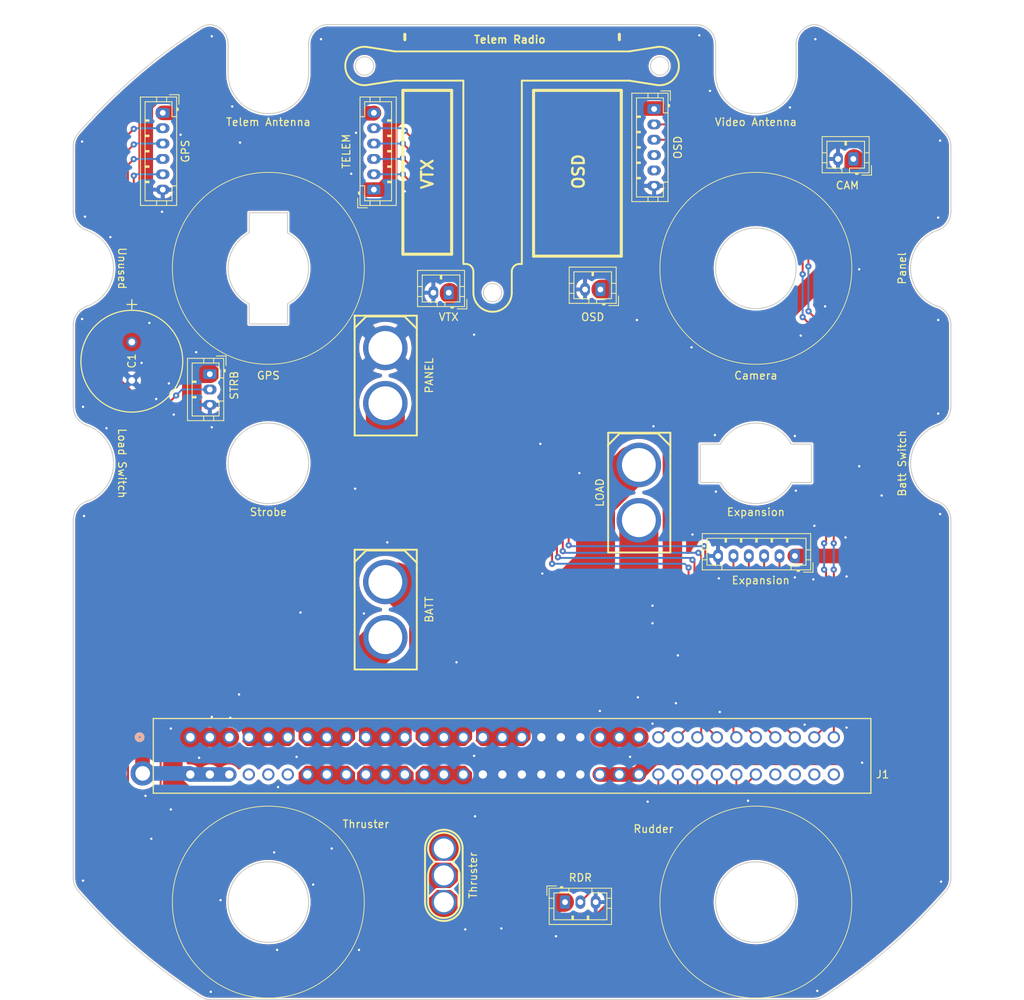
<source format=kicad_pcb>
(kicad_pcb (version 20240108) (generator "pcbnew") (generator_version "8.0")
  (layers (0 "F.Cu" signal) (31 "B.Cu" signal) (34 "B.Paste" user) (35 "F.Paste" user) (36 "B.SilkS" user "B.Silkscreen") (37 "F.SilkS" user "F.Silkscreen") (38 "B.Mask" user) (39 "F.Mask" user) (44 "Edge.Cuts" user))
  (net 0 "")
  (net 1 "MTR_B")
  (net 2 "MTR_G")
  (net 3 "MTR_W")
  (net 4 "GND")
  (net 5 "+5V")
  (net 6 "PNL+")
  (net 7 "GPS_TX")
  (net 8 "GPS_RX")
  (net 9 "GPS_SCL")
  (net 10 "GPS_SCA")
  (net 11 "RDR_PWM")
  (net 12 "VID_PWR")
  (net 13 "BATT_CC")
  (net 14 "BATT_SW")
  (net 15 "LOAD_SW")
  (net 16 "LOAD_CC")
  (net 17 "5V_AUX")
  (net 18 "TELEM_CTS")
  (net 19 "TELEM_RX")
  (net 20 "TELEM_TX")
  (net 23 "STRB_PWM")
  (net 24 "OSD_TX")
  (net 25 "OSD_RX")
  (net 26 "EXP_2")
  (net 27 "EXP_1")
  (net 28 "EXP_4")
  (net 29 "EXP_3")
  (net 30 "TELEM_GND")
  (net 32 "TELEM_RTS")
  (footprint "Connector_JST:JST_PH_B6B-PH-K_1x06_P2.00mm_Vertical" (layer "F.Cu") (at 272.5 138 -90)
    (property "Reference" "J9" (hide yes))
    (property "Value" "OSD")
  )
  (footprint "Connector_JST:JST_PH_B6B-PH-K_1x06_P2.00mm_Vertical" (layer "F.Cu") (at 290.83 196.215 180)
    (property "Reference" "J14" (hide yes))
    (property "Value" "Expansion")
  )
  (footprint "Mounting:Penetrator" (layer "F.Cu") (at 285.75 184.15)
    (property "Reference" "REF**" (hide yes))
    (property "Value" "Expansion")
  )
  (footprint "Mounting:Penetrator_Nut" (layer "F.Cu") (at 222.25 158.75)
    (property "Reference" "REF**" (hide yes))
    (property "Value" "GPS")
  )
  (footprint "Connector_JST:JST_PH_B2B-PH-K_1x02_P2.00mm_Vertical" (layer "F.Cu") (at 265.5 161.5 180)
    (property "Reference" "J11" (hide yes))
    (property "Value" "OSD")
  )
  (footprint "easyeda2kicad:CONN-TH_XT60" (layer "F.Cu") (at 237.49 172.72 -90)
    (property "Reference" "J2" (hide yes))
    (property "Value" "PANEL")
  )
  (footprint "Mounting:Penetrator" (layer "F.Cu") (at 285.75 133.35)
    (property "Reference" "REF**" (hide yes))
    (property "Value" "Video Antenna")
  )
  (footprint "Mounting:Penetrator_Nut" (layer "F.Cu") (at 285.75 158.75)
    (property "Reference" "REF**" (hide yes))
    (property "Value" "Camera")
  )
  (footprint "16PK4700MEFC12_5X25:CAP_PK&slash_PZ_12P5X25_LOW_RUB" (layer "F.Cu") (at 204.47 168.34675 -90)
    (property "Reference" "C1")
    (property "Value" "16PK4700MEFC12.5X25" (hide yes))
  )
  (footprint "Mounting:Penetrator" (layer "F.Cu") (at 196.85 158.75)
    (property "Reference" "REF**" (hide yes))
    (property "Value" "Unused")
  )
  (footprint "Connector_JST:JST_PH_B2B-PH-K_1x02_P2.00mm_Vertical" (layer "F.Cu") (at 298.45 144.5 180)
    (property "Reference" "J10" (hide yes))
    (property "Value" "CAM")
  )
  (footprint "Connector_JST:JST_PH_B3B-PH-K_1x03_P2.00mm_Vertical" (layer "F.Cu") (at 260.89 241.3)
    (property "Reference" "J6" (hide yes))
    (property "Value" "RDR")
  )
  (footprint "Mounting:Penetrator" (layer "F.Cu") (at 222.25 133.35)
    (property "Reference" "REF**" (hide yes))
    (property "Value" "Telem Antenna")
  )
  (footprint "Mounting:Penetrator" (layer "F.Cu") (at 311.15 158.75)
    (property "Reference" "REF**" (hide yes))
    (property "Value" "Panel")
  )
  (footprint "1761426_3:1761426_1" (layer "F.Cu") (at 254 222.25)
    (property "Reference" "J1")
    (property "Value" "1761426-1")
  )
  (footprint "easyeda2kicad:CONN-TH_XT60" (layer "F.Cu") (at 270.51 187.96 -90)
    (property "Reference" "J4")
    (property "Value" "LOAD")
  )
  (footprint "Mounting:Penetrator_Nut" (layer "F.Cu") (at 285.75 241.3)
    (property "Reference" "REF**" (hide yes))
    (property "Value" "Rudder")
  )
  (footprint "easyeda2kicad:CONN-TH_MR30-M" (layer "F.Cu") (at 245.11 237.815 -90)
    (property "Reference" "J5" (hide yes))
    (property "Value" "Thruster")
  )
  (footprint "Connector_JST:JST_PH_B6B-PH-K_1x06_P2.00mm_Vertical" (layer "F.Cu") (at 208.5 138.5 -90)
    (property "Reference" "J7" (hide yes))
    (property "Value" "GPS")
  )
  (footprint "Mounting:Penetrator" (layer "F.Cu") (at 311.15 184.15)
    (property "Reference" "REF**" (hide yes))
    (property "Value" "Batt Switch")
  )
  (footprint "Mounting:Penetrator" (layer "F.Cu") (at 196.85 184.15)
    (property "Reference" "REF**" (hide yes))
    (property "Value" "Load Switch")
  )
  (footprint "Connector_JST:JST_PH_B2B-PH-K_1x02_P2.00mm_Vertical" (layer "F.Cu") (at 245.745 161.925 180)
    (property "Reference" "J12" (hide yes))
    (property "Value" "VTX")
  )
  (footprint "Connector_JST:JST_PH_B6B-PH-K_1x06_P2.00mm_Vertical" (layer "F.Cu") (at 236 148.5 90)
    (property "Reference" "J8" (hide yes))
    (property "Value" "TELEM")
  )
  (footprint "easyeda2kicad:CONN-TH_XT60" (layer "F.Cu") (at 237.49 203.2 -90)
    (property "Reference" "J3" (hide yes))
    (property "Value" "BATT")
  )
  (footprint "Mounting:Penetrator_Nut" (layer "F.Cu") (at 222.25 241.3)
    (property "Reference" "REF**" (hide yes))
    (property "Value" "Thruster")
  )
  (footprint "Mounting:Penetrator" (layer "F.Cu") (at 222.25 184.15)
    (property "Reference" "REF**" (hide yes))
    (property "Value" "Strobe")
  )
  (footprint "Connector_JST:JST_PH_B3B-PH-K_1x03_P2.00mm_Vertical" (layer "F.Cu") (at 214.63 172.53 -90)
    (property "Reference" "J13" (hide yes))
    (property "Value" "STRB")
  )
  (gr_line (start 272.836159 134.867233) (end 269.24 134.3025) (stroke (width 0.25)) (layer "F.SilkS"))
  (gr_line (start 256.794 157.1625) (end 268.224 157.1625) (stroke (width 0.4)) (layer "F.SilkS"))
  (gr_line (start 255.27 134.3025) (end 269.24 134.3025) (stroke (width 0.25)) (layer "F.SilkS"))
  (gr_line (start 268.224 135.5725) (end 268.224 157.1625) (stroke (width 0.4)) (layer "F.SilkS"))
  (gr_line (start 248.96 161.9085) (end 248.96 159.178499) (stroke (width 0.25)) (layer "F.SilkS"))
  (gr_line (start 238.76 134.3025) (end 247.65 134.3025) (stroke (width 0.25)) (layer "F.SilkS"))
  (gr_line (start 246.126 135.5725) (end 239.776 135.5725) (stroke (width 0.4)) (layer "F.SilkS"))
  (gr_line (start 239.776 135.5725) (end 239.776 156.9085) (stroke (width 0.4)) (layer "F.SilkS"))
  (gr_arc (start 247.960001 158.1785) (mid 248.667107 158.471393) (end 248.96 159.178499) (stroke (width 0.25)) (layer "F.SilkS"))
  (gr_arc (start 253.96 159.1785) (mid 254.252893 158.471393) (end 254.96 158.1785) (stroke (width 0.25)) (layer "F.SilkS"))
  (gr_line (start 254.96 158.1785) (end 255.27 158.1785) (stroke (width 0.25)) (layer "F.SilkS"))
  (gr_line (start 269.24 130.4925) (end 238.76 130.4925) (stroke (width 0.25)) (layer "F.SilkS"))
  (gr_line (start 267.97 128.27) (end 267.97 128.9685) (stroke (width 0.4)) (layer "F.SilkS"))
  (gr_line (start 235.163841 129.927767) (end 238.76 130.4925) (stroke (width 0.25)) (layer "F.SilkS"))
  (gr_line (start 247.65 134.3025) (end 247.65 158.1785) (stroke (width 0.25)) (layer "F.SilkS"))
  (gr_line (start 256.794 135.5725) (end 256.794 157.1625) (stroke (width 0.4)) (layer "F.SilkS"))
  (gr_line (start 238.76 134.3025) (end 235.163841 134.867233) (stroke (width 0.25)) (layer "F.SilkS"))
  (gr_line (start 255.27 158.1785) (end 255.27 134.3025) (stroke (width 0.25)) (layer "F.SilkS"))
  (gr_line (start 253.96 159.1785) (end 253.96 161.9085) (stroke (width 0.25)) (layer "F.SilkS"))
  (gr_line (start 256.794 135.5725) (end 268.224 135.5725) (stroke (width 0.4)) (layer "F.SilkS"))
  (gr_line (start 269.24 130.4925) (end 272.836159 129.927767) (stroke (width 0.25)) (layer "F.SilkS"))
  (gr_arc (start 253.96 161.9085) (mid 251.46 164.4085) (end 248.96 161.9085) (stroke (width 0.25)) (layer "F.SilkS"))
  (gr_line (start 246.126 135.5725) (end 246.126 156.9085) (stroke (width 0.4)) (layer "F.SilkS"))
  (gr_line (start 240.03 128.27) (end 240.03 128.9685) (stroke (width 0.4)) (layer "F.SilkS"))
  (gr_line (start 247.65 158.1785) (end 247.960001 158.1785) (stroke (width 0.25)) (layer "F.SilkS"))
  (gr_line (start 246.126 156.9085) (end 239.776 156.9085) (stroke (width 0.4)) (layer "F.SilkS"))
  (gr_arc (start 272.836159 129.927767) (mid 275.724 132.3975) (end 272.836159 134.867233) (stroke (width 0.25)) (layer "F.SilkS"))
  (gr_arc (start 235.163841 134.867233) (mid 232.276 132.3975) (end 235.163841 129.927767) (stroke (width 0.25)) (layer "F.SilkS"))
  (gr_line (start 224.75 166) (end 224.75 163.366545) (stroke (width 0.15)) (layer "Edge.Cuts"))
  (gr_line (start 293 186.65) (end 293 181.65) (stroke (width 0.15)) (layer "Edge.Cuts"))
  (gr_arc (start 309.43819 189.113084) (mid 310.678247 190.039821) (end 311.15 191.514272) (stroke (width 0.15)) (layer "Edge.Cuts"))
  (gr_arc (start 294.591922 127.403871) (mid 303.042855 133.723032) (end 310.523616 141.165362) (stroke (width 0.15)) (layer "Edge.Cuts"))
  (gr_line (start 227.5 133.35) (end 227.5 129.540001) (stroke (width 0.15)) (layer "Edge.Cuts"))
  (gr_line (start 291 133.35) (end 291 129.54) (stroke (width 0.15)) (layer "Edge.Cuts"))
  (gr_arc (start 214.621162 127.005118) (mid 216.312154 127.801862) (end 217 129.540001) (stroke (width 0.15)) (layer "Edge.Cuts"))
  (gr_line (start 224.75 151.5) (end 219.75 151.5) (stroke (width 0.15)) (layer "Edge.Cuts"))
  (gr_arc (start 227.5 133.35) (mid 222.25 138.6) (end 217 133.35) (stroke (width 0.15)) (layer "Edge.Cuts"))
  (gr_arc (start 196.85 191.514272) (mid 197.321764 190.039823) (end 198.56181 189.113084) (stroke (width 0.15)) (layer "Edge.Cuts"))
  (gr_circle (center 222.25 184.15) (end 227.5 184.15) (stroke (width 0.15)) (fill none) (layer "Edge.Cuts"))
  (gr_circle (center 273.224 132.3975) (end 274.424 132.3975) (stroke (width 0.15)) (fill none) (layer "Edge.Cuts"))
  (gr_line (start 280.5 129.54) (end 280.5 133.35) (stroke (width 0.15)) (layer "Edge.Cuts"))
  (gr_arc (start 213.408078 253.596129) (mid 204.957145 247.276968) (end 197.476384 239.834638) (stroke (width 0.15)) (layer "Edge.Cuts"))
  (gr_line (start 278.5 181.65) (end 278.5 186.65) (stroke (width 0.15)) (layer "Edge.Cuts"))
  (gr_line (start 219.75 163.366546) (end 219.75 166) (stroke (width 0.15)) (layer "Edge.Cuts"))
  (gr_arc (start 311.15 238.1644) (mid 310.988253 239.056315) (end 310.523616 239.834638) (stroke (width 0.15)) (layer "Edge.Cuts"))
  (gr_arc (start 310.523616 141.165362) (mid 310.988257 141.943684) (end 311.15 142.8356) (stroke (width 0.15)) (layer "Edge.Cuts"))
  (gr_arc (start 214.782319 254) (mid 214.06614 253.896941) (end 213.408078 253.596129) (stroke (width 0.15)) (layer "Edge.Cuts"))
  (gr_arc (start 198.561809 179.185189) (mid 202.101632 184.149718) (end 198.562342 189.114627) (stroke (width 0.15)) (layer "Edge.Cuts"))
  (gr_line (start 278.5 186.65) (end 281.133455 186.65) (stroke (width 0.15)) (layer "Edge.Cuts"))
  (gr_arc (start 213.408078 127.403871) (mid 213.989153 127.127018) (end 214.621162 127.005118) (stroke (width 0.15)) (layer "Edge.Cuts"))
  (gr_line (start 196.85 191.514272) (end 196.85 238.164406) (stroke (width 0.15)) (layer "Edge.Cuts"))
  (gr_arc (start 196.85 142.835592) (mid 197.011746 141.94368) (end 197.476384 141.165362) (stroke (width 0.15)) (layer "Edge.Cuts"))
  (gr_circle (center 285.75 241.3) (end 291 241.3) (stroke (width 0.15)) (fill none) (layer "Edge.Cuts"))
  (gr_arc (start 309.43819 163.713084) (mid 305.9 158.75) (end 309.43819 153.786916) (stroke (width 0.15)) (layer "Edge.Cuts"))
  (gr_line (start 311.15 151.3857) (end 311.15 142.8356) (stroke (width 0.15)) (layer "Edge.Cuts"))
  (gr_arc (start 291 133.35) (mid 285.75 138.6) (end 280.5 133.35) (stroke (width 0.15)) (layer "Edge.Cuts"))
  (gr_line (start 219.75 151.5) (end 219.75 154.133455) (stroke (width 0.15)) (layer "Edge.Cuts"))
  (gr_arc (start 291 129.54) (mid 291.687846 127.801862) (end 293.378838 127.005118) (stroke (width 0.15)) (layer "Edge.Cuts"))
  (gr_line (start 196.85 142.835592) (end 196.85 151.384) (stroke (width 0.15)) (layer "Edge.Cuts"))
  (gr_arc (start 219.75 163.366546) (mid 217.000001 158.750001) (end 219.75 154.133455) (stroke (width 0.15)) (layer "Edge.Cuts"))
  (gr_arc (start 198.56181 153.786916) (mid 202.1 158.75) (end 198.56181 163.713084) (stroke (width 0.15)) (layer "Edge.Cuts"))
  (gr_arc (start 309.43819 163.713084) (mid 310.678247 164.639821) (end 311.15 166.114272) (stroke (width 0.15)) (layer "Edge.Cuts"))
  (gr_arc (start 197.476384 141.165362) (mid 204.957145 133.723032) (end 213.408078 127.403871) (stroke (width 0.15)) (layer "Edge.Cuts"))
  (gr_line (start 293 181.65) (end 290.366546 181.65) (stroke (width 0.15)) (layer "Edge.Cuts"))
  (gr_arc (start 198.561809 179.185188) (mid 197.321752 178.258451) (end 196.85 176.784) (stroke (width 0.15)) (layer "Edge.Cuts"))
  (gr_circle (center 234.776 132.3975) (end 235.976 132.3975) (stroke (width 0.15)) (fill none) (layer "Edge.Cuts"))
  (gr_line (start 281.133454 181.65) (end 278.5 181.65) (stroke (width 0.15)) (layer "Edge.Cuts"))
  (gr_line (start 224.75 154.133455) (end 224.75 151.5) (stroke (width 0.15)) (layer "Edge.Cuts"))
  (gr_line (start 290.366545 186.65) (end 293 186.65) (stroke (width 0.15)) (layer "Edge.Cuts"))
  (gr_arc (start 310.523616 239.834638) (mid 303.042854 247.276968) (end 294.591922 253.596129) (stroke (width 0.15)) (layer "Edge.Cuts"))
  (gr_arc (start 294.591922 253.596129) (mid 293.939113 253.895389) (end 293.228641 254) (stroke (width 0.15)) (layer "Edge.Cuts"))
  (gr_arc (start 224.75 154.133455) (mid 227.5 158.75) (end 224.75 163.366545) (stroke (width 0.15)) (layer "Edge.Cuts"))
  (gr_arc (start 290.366545 186.65) (mid 285.75 189.4) (end 281.133455 186.65) (stroke (width 0.15)) (layer "Edge.Cuts"))
  (gr_arc (start 227.5 129.540001) (mid 228.243949 127.743949) (end 230.040001 127) (stroke (width 0.15)) (layer "Edge.Cuts"))
  (gr_line (start 217 129.540001) (end 217 133.35) (stroke (width 0.15)) (layer "Edge.Cuts"))
  (gr_arc (start 277.96 127) (mid 279.756051 127.743949) (end 280.5 129.54) (stroke (width 0.15)) (layer "Edge.Cuts"))
  (gr_circle (center 222.25 241.3) (end 227.5 241.3) (stroke (width 0.15)) (fill none) (layer "Edge.Cuts"))
  (gr_circle (center 285.75 158.75) (end 291 158.75) (stroke (width 0.15)) (fill none) (layer "Edge.Cuts"))
  (gr_circle (center 251.46 161.9085) (end 252.66 161.9085) (stroke (width 0.15)) (fill none) (layer "Edge.Cuts"))
  (gr_line (start 277.96 127) (end 230.040001 127) (stroke (width 0.15)) (layer "Edge.Cuts"))
  (gr_line (start 196.85 166.114272) (end 196.85 176.784) (stroke (width 0.15)) (layer "Edge.Cuts"))
  (gr_arc (start 281.133454 181.65) (mid 285.75 178.9) (end 290.366546 181.65) (stroke (width 0.15)) (layer "Edge.Cuts"))
  (gr_arc (start 293.378838 127.005118) (mid 294.01085 127.127013) (end 294.591922 127.403871) (stroke (width 0.15)) (layer "Edge.Cuts"))
  (gr_line (start 311.15 238.1644) (end 311.15 191.514272) (stroke (width 0.15)) (layer "Edge.Cuts"))
  (gr_arc (start 309.43819 189.113084) (mid 305.9 184.15) (end 309.43819 179.186916) (stroke (width 0.15)) (layer "Edge.Cuts"))
  (gr_line (start 219.75 166) (end 224.75 166) (stroke (width 0.15)) (layer "Edge.Cuts"))
  (gr_arc (start 311.15 151.3857) (mid 310.678242 152.860172) (end 309.43819 153.786916) (stroke (width 0.15)) (layer "Edge.Cuts"))
  (gr_arc (start 197.476384 239.834638) (mid 197.011746 239.056319) (end 196.85 238.164406) (stroke (width 0.15)) (layer "Edge.Cuts"))
  (gr_line (start 214.782319 254) (end 293.228641 254) (stroke (width 0.15)) (layer "Edge.Cuts"))
  (gr_arc (start 196.85 166.114272) (mid 197.321764 164.639823) (end 198.56181 163.713084) (stroke (width 0.15)) (layer "Edge.Cuts"))
  (gr_arc (start 198.561809 153.785188) (mid 197.321752 152.858451) (end 196.85 151.384) (stroke (width 0.15)) (layer "Edge.Cuts"))
  (gr_arc (start 311.15 176.7857) (mid 310.678242 178.260172) (end 309.43819 179.186916) (stroke (width 0.15)) (layer "Edge.Cuts"))
  (gr_line (start 311.15 176.7857) (end 311.15 166.114272) (stroke (width 0.15)) (layer "Edge.Cuts"))
  (gr_text "OSD" (at 263.525 148.59 90) (layer "F.SilkS") (effects (font (size 1.5 1.5) (thickness 0.3) (bold yes)) (justify left bottom)))
  (gr_text "Telem Radio" (at 248.92 129.54 0) (layer "F.SilkS") (effects (font (size 1 1) (thickness 0.2) (bold yes)) (justify left bottom)))
  (gr_text "VTX\n" (at 243.84 148.59 90) (layer "F.SilkS") (effects (font (size 1.5 1.5) (thickness 0.3) (bold yes)) (justify left bottom)))
  (segment (start 245.11 227.838) (end 245.11 232.283) (width 5.08) (layer "F.Cu") (net 1))
  (segment (start 239.83 236.401) (end 241.3 237.871) (width 5.08) (layer "F.Cu") (net 2))
  (segment (start 239.83 230.813) (end 239.83 236.401) (width 5.08) (layer "F.Cu") (net 2))
  (segment (start 237.49 228.473) (end 239.83 230.813) (width 5.08) (layer "F.Cu") (net 2))
  (segment (start 241.3 237.871) (end 241.427 237.871) (width 5.08) (layer "F.Cu") (net 2))
  (segment (start 229.87 228.320048) (end 234.55 233.000048) (width 5.08) (layer "F.Cu") (net 3))
  (segment (start 229.87 226.949) (end 229.87 228.320048) (width 5.08) (layer "F.Cu") (net 3))
  (segment (start 239.166952 243.205) (end 243.967 243.205) (width 5.08) (layer "F.Cu") (net 3))
  (segment (start 234.55 238.588048) (end 239.166952 243.205) (width 5.08) (layer "F.Cu") (net 3))
  (segment (start 234.55 233.000048) (end 234.55 238.588048) (width 5.08) (layer "F.Cu") (net 3))
  (via (at 271.653 228.219) (size 0.8128) (drill 0.3048) (layers "F.Cu" "B.Cu") (net 4))
  (via (at 299.212 158.877) (size 0.8128) (drill 0.3048) (layers "F.Cu" "B.Cu") (net 4))
  (via (at 212.852 169.672) (size 0.8128) (drill 0.3048) (layers "F.Cu" "B.Cu") (net 4))
  (via (at 226.441 203.581) (size 0.8128) (drill 0.3048) (layers "F.Cu" "B.Cu") (net 4))
  (via (at 216.027 241.046) (size 0.8128) (drill 0.3048) (layers "F.Cu" "B.Cu") (net 4))
  (via (at 218.44 214.249) (size 0.8128) (drill 0.3048) (layers "F.Cu" "B.Cu") (net 4))
  (via (at 207.645 175.768) (size 0.8128) (drill 0.3048) (layers "F.Cu" "B.Cu") (net 4))
  (via (at 290.83 180.594) (size 0.8128) (drill 0.3048) (layers "F.Cu" "B.Cu") (net 4))
  (via (at 206.756 165.862) (size 0.8128) (drill 0.3048) (layers "F.Cu" "B.Cu") (net 4))
  (via (at 297.434 193.802) (size 0.8128) (drill 0.3048) (layers "F.Cu" "B.Cu") (net 4))
  (via (at 234.696 203.708) (size 0.8128) (drill 0.3048) (layers "F.Cu" "B.Cu") (net 4))
  (via (at 290.195 137.795) (size 0.8128) (drill 0.3048) (layers "F.Cu" "B.Cu") (net 4))
  (via (at 252.603 244.729) (size 0.8128) (drill 0.3048) (layers "F.Cu" "B.Cu") (net 4))
  (via (at 209.55 218.694) (size 0.8128) (drill 0.3048) (layers "F.Cu" "B.Cu") (net 4))
  (via (at 270.383 214.63) (size 0.8128) (drill 0.3048) (layers "F.Cu" "B.Cu") (net 4))
  (via (at 279.781 135.636) (size 0.8128) (drill 0.3048) (layers "F.Cu" "B.Cu") (net 4))
  (via (at 297.561 218.567) (size 0.8128) (drill 0.3048) (layers "F.Cu" "B.Cu") (net 4))
  (via (at 214.757 252.984) (size 0.8128) (drill 0.3048) (layers "F.Cu" "B.Cu") (net 4))
  (via (at 309.499 152.146) (size 0.8128) (drill 0.3048) (layers "F.Cu" "B.Cu") (net 4))
  (via (at 237.744 194.437) (size 0.8128) (drill 0.3048) (layers "F.Cu" "B.Cu") (net 4))
  (via (at 299.593 223.139) (size 0.8128) (drill 0.3048) (layers "F.Cu" "B.Cu") (net 4))
  (via (at 269.367 222.377) (size 0.8128) (drill 0.3048) (layers "F.Cu" "B.Cu") (net 4))
  (via (at 217.297 217.297) (size 0.8128) (drill 0.3048) (layers "F.Cu" "B.Cu") (net 4))
  (via (at 272.415 179.324) (size 0.8128) (drill 0.3048) (layers "F.Cu" "B.Cu") (net 4))
  (via (at 207.01 233.045) (size 0.8128) (drill 0.3048) (layers "F.Cu" "B.Cu") (net 4))
  (via (at 217.551 137.668) (size 0.8128) (drill 0.3048) (layers "F.Cu" "B.Cu") (net 4))
  (via (at 218.567 142.367) (size 0.8128) (drill 0.3048) (layers "F.Cu" "B.Cu") (net 4))
  (via (at 240.03 148.717) (size 0.8128) (drill 0.3048) (layers "F.Cu" "B.Cu") (net 4))
  (via (at 249.047 167.386) (size 0.8128) (drill 0.3048) (layers "F.Cu" "B.Cu") (net 4))
  (via (at 234.061 247.523) (size 0.8128) (drill 0.3048) (layers "F.Cu" "B.Cu") (net 4))
  (via (at 309.753 142.113) (size 0.8128) (drill 0.3048) (layers "F.Cu" "B.Cu") (net 4))
  (via (at 290.83 199.009) (size 0.8128) (drill 0.3048) (layers "F.Cu" "B.Cu") (net 4))
  (via (at 277.495 193.421) (size 0.8128) (drill 0.3048) (layers "F.Cu" "B.Cu") (net 4))
  (via (at 272.288 218.059) (size 0.8128) (drill 0.3048) (layers "F.Cu" "B.Cu") (net 4))
  (via (at 223.52 226.314) (size 0.8128) (drill 0.3048) (layers "F.Cu" "B.Cu") (net 4))
  (via (at 230.505 234.315) (size 0.8128) (drill 0.3048) (layers "F.Cu" "B.Cu") (net 4))
  (via (at 233.553 187.452) (size 0.8128) (drill 0.3048) (layers "F.Cu" "B.Cu") (net 4))
  (via (at 209.931 177.8) (size 0.8128) (drill 0.3048) (layers "F.Cu" "B.Cu") (net 4))
  (via (at 210.82 141.351) (size 0.8128) (drill 0.3048) (layers "F.Cu" "B.Cu") (net 4))
  (via (at 233.68 141.097) (size 0.8128) (drill 0.3048) (layers "F.Cu" "B.Cu") (net 4))
  (via (at 197.993 142.24) (size 0.8128) (drill 0.3048) (layers "F.Cu" "B.Cu") (net 4))
  (via (at 198.12 176.784) (size 0.8128) (drill 0.3048) (layers "F.Cu" "B.Cu") (net 4))
  (via (at 213.233 222.504) (size 0.8128) (drill 0.3048) (layers "F.Cu" "B.Cu") (net 4))
  (via (at 206.248 227.457) (size 0.8128) (drill 0.3048) (layers "F.Cu" "B.Cu") (net 4))
  (via (at 309.88 238.633) (size 0.8128) (drill 0.3048) (layers "F.Cu" "B.Cu") (net 4))
  (via (at 214.884 217.17) (size 0.8128) (drill 0.3048) (layers "F.Cu" "B.Cu") (net 4))
  (via (at 233.045 146.431) (size 0.8128) (drill 0.3048) (layers "F.Cu" "B.Cu") (net 4))
  (via (at 275.336 215.392) (size 0.8128) (drill 0.3048) (layers "F.Cu" "B.Cu") (net 4))
  (via (at 205.74 171.069) (size 0.8128) (drill 0.3048) (layers "F.Cu" "B.Cu") (net 4))
  (via (at 262.763 185.42) (size 0.8128) (drill 0.3048) (layers "F.Cu" "B.Cu") (net 4))
  (via (at 209.55 229.235) (size 0.8128) (drill 0.3048) (layers "F.Cu" "B.Cu") (net 4))
  (via (at 297.561 198.882) (size 0.8128) (drill 0.3048) (layers "F.Cu" "B.Cu") (net 4))
  (via (at 201.168 179.578) (size 0.8128) (drill 0.3048) (layers "F.Cu" "B.Cu") (net 4))
  (via (at 284.734 228.092) (size 0.8128) (drill 0.3048) (layers "F.Cu" "B.Cu") (net 4))
  (via (at 270.256 165.481) (size 0.8128) (drill 0.3048) (layers "F.Cu" "B.Cu") (net 4))
  (via (at 309.753 190.754) (size 0.8128) (drill 0.3048) (layers "F.Cu" "B.Cu") (net 4))
  (via (at 309.499 165.481) (size 0.8128) (drill 0.3048) (layers "F.Cu" "B.Cu") (net 4))
  (via (at 290.957 187.706) (size 0.8128) (drill 0.3048) (layers "F.Cu" "B.Cu") (net 4))
  (via (at 249.174 230.124) (size 0.8128) (drill 0.3048) (layers "F.Cu" "B.Cu") (net 4))
  (via (at 257.683 181.61) (size 0.8128) (drill 0.3048) (layers "F.Cu" "B.Cu") (net 4))
  (via (at 209.296 173.736) (size 0.8128) (drill 0.3048) (layers "F.Cu" "B.Cu") (net 4))
  (via (at 223.012 234.823) (size 0.8128) (drill 0.3048) (layers "F.Cu" "B.Cu") (net 4))
  (via (at 293.751 252.857) (size 0.8128) (drill 0.3048) (layers "F.Cu" "B.Cu") (net 4))
  (via (at 272.288 204.978) (size 0.8128) (drill 0.3048) (layers "F.Cu" "B.Cu") (net 4))
  (via (at 197.993 165.354) (size 0.8128) (drill 0.3048) (layers "F.Cu" "B.Cu") (net 4))
  (via (at 257.937 198.501) (size 0.8128) (drill 0.3048) (layers "F.Cu" "B.Cu") (net 4))
  (via (at 280.416 180.467) (size 0.8128) (drill 0.3048) (layers "F.Cu" "B.Cu") (net 4))
  (via (at 228.092 239.014) (size 0.8128) (drill 0.3048) (layers "F.Cu" "B.Cu") (net 4))
  (via (at 294.767 163.703) (size 0.8128) (drill 0.3048) (layers "F.Cu" "B.Cu") (net 4))
  (via (at 291.592 167.513) (size 0.8128) (drill 0.3048) (layers "F.Cu" "B.Cu") (net 4))
  (via (at 293.37 192.278) (size 0.8128) (drill 0.3048) (layers "F.Cu" "B.Cu") (net 4))
  (via (at 201.676 154.686) (size 0.8128) (drill 0.3048) (layers "F.Cu" "B.Cu") (net 4))
  (via (at 275.59 209.169) (size 0.8128) (drill 0.3048) (layers "F.Cu" "B.Cu") (net 4))
  (via (at 198.247 191.008) (size 0.8128) (drill 0.3048) (layers "F.Cu" "B.Cu") (net 4))
  (via (at 299.212 184.531) (size 0.8128) (drill 0.3048) (layers "F.Cu" "B.Cu") (net 4))
  (via (at 309.499 177.673) (size 0.8128) (drill 0.3048) (layers "F.Cu" "B.Cu") (net 4))
  (via (at 272.288 202.692) (size 0.8128) (drill 0.3048) (layers "F.Cu" "B.Cu") (net 4))
  (via (at 292.1 218.186) (size 0.8128) (drill 0.3048) (layers "F.Cu" "B.Cu") (net 4))
  (via (at 198.374 152.019) (size 0.8128) (drill 0.3048) (layers "F.Cu" "B.Cu") (net 4))
  (via (at 259.715 245.745) (size 0.8128) (drill 0.3048) (layers "F.Cu" "B.Cu") (net 4))
  (via (at 208.407 151.384) (size 0.8128) (drill 0.3048) (layers "F.Cu" "B.Cu") (net 4))
  (via (at 280.543 187.833) (size 0.8128) (drill 0.3048) (layers "F.Cu" "B.Cu") (net 4))
  (via (at 293.497 128.905) (size 0.8128) (drill 0.3048) (layers "F.Cu" "B.Cu") (net 4))
  (via (at 280.924 199.136) (size 0.8128) (drill 0.3048) (layers "F.Cu" "B.Cu") (net 4))
  (via (at 265.43 216.408) (size 0.8128) (drill 0.3048) (layers "F.Cu" "B.Cu") (net 4))
  (via (at 246.761 210.058) (size 0.8128) (drill 0.3048) (layers "F.Cu" "B.Cu") (net 4))
  (via (at 198.12 238.506) (size 0.8128) (drill 0.3048) (layers "F.Cu" "B.Cu") (net 4))
  (via (at 278.384 128.397) (size 0.8128) (drill 0.3048) (layers "F.Cu" "B.Cu") (net 4))
  (via (at 223.393 247.523) (size 0.8128) (drill 0.3048) (layers "F.Cu" "B.Cu") (net 4))
  (via (at 293.243 199.263) (size 0.8128) (drill 0.3048) (layers "F.Cu" "B.Cu") (net 4))
  (via (at 249.047 222.25) (size 0.8128) (drill 0.3048) (layers "F.Cu" "B.Cu") (net 4))
  (via (at 229.108 128.905) (size 0.8128) (drill 0.3048) (layers "F.Cu" "B.Cu") (net 4))
  (via (at 247.904 244.856) (size 0.8128) (drill 0.3048) (layers "F.Cu" "B.Cu") (net 4))
  (via (at 277.368 169.037) (size 0.8128) (drill 0.3048) (layers "F.Cu" "B.Cu") (net 4))
  (via (at 281.051 216.535) (size 0.8128) (drill 0.3048) (layers "F.Cu" "B.Cu") (net 4))
  (via (at 225.933 222.377) (size 0.8128) (drill 0.3048) (layers "F.Cu" "B.Cu") (net 4))
  (via (at 302.133 188.341) (size 0.8128) (drill 0.3048) (layers "F.Cu" "B.Cu") (net 4))
  (via (at 214.884 179.451) (size 0.8128) (drill 0.3048) (layers "F.Cu" "B.Cu") (net 4))
  (via (at 214.884 128.524) (size 0.8128) (drill 0.3048) (layers "F.Cu" "B.Cu") (net 4))
  (segment (start 299.72 187.395) (end 300.9775 186.1375) (width 1.905) (layer "F.Cu") (net 5))
  (segment (start 238.105 140.064433) (end 238.105 147.467) (width 1.905) (layer "F.Cu") (net 5))
  (segment (start 297.289934 139.809002) (end 283.074594 139.809002) (width 1.905) (layer "F.Cu") (net 5))
  (segment (start 270.51 224.6757) (end 270.51 224.454306) (width 1.905) (layer "F.Cu") (net 5))
  (segment (start 283.074594 139.809002) (end 281.195592 137.93) (width 1.905) (layer "F.Cu") (net 5))
  (segment (start 299.72 219.71) (end 299.72 187.395) (width 1.905) (layer "F.Cu") (net 5))
  (segment (start 281.195592 137.93) (end 240.239433 137.93) (width 1.905) (layer "F.Cu") (net 5))
  (segment (start 220.89 148.5) (end 210.89 138.5) (width 1.905) (layer "F.Cu") (net 5))
  (segment (start 272.460306 222.504) (end 296.926 222.504) (width 1.905) (layer "F.Cu") (net 5))
  (segment (start 265.43 224.6757) (end 270.51 224.6757) (width 1.905) (layer "F.Cu") (net 5))
  (segment (start 296.926 222.504) (end 299.72 219.71) (width 1.905) (layer "F.Cu") (net 5))
  (segment (start 300.9775 186.1375) (end 300.9775 143.496568) (width 1.905) (layer "F.Cu") (net 5))
  (segment (start 210.89 138.5) (end 208.5 138.5) (width 1.905) (layer "F.Cu") (net 5))
  (segment (start 300.9775 143.496568) (end 297.289934 139.809002) (width 1.905) (layer "F.Cu") (net 5))
  (segment (start 299.339 196.215) (end 290.83 196.215) (width 1.905) (layer "F.Cu") (net 5))
  (segment (start 270.51 224.454306) (end 272.460306 222.504) (width 1.905) (layer "F.Cu") (net 5))
  (segment (start 236 148.5) (end 220.89 148.5) (width 1.905) (layer "F.Cu") (net 5))
  (segment (start 238.105 147.467) (end 237.072 148.5) (width 1.905) (layer "F.Cu") (net 5))
  (segment (start 240.239433 137.93) (end 238.105 140.064433) (width 1.905) (layer "F.Cu") (net 5))
  (segment (start 237.072 148.5) (end 236 148.5) (width 1.905) (layer "F.Cu") (net 5))
  (segment (start 237.49 189.0268) (end 237.49 176.32) (width 5.08) (layer "F.Cu") (net 6))
  (segment (start 222.25 213.36) (end 230.306212 205.303788) (width 5.08) (layer "F.Cu") (net 6))
  (segment (start 230.306212 196.210588) (end 237.49 189.0268) (width 5.08) (layer "F.Cu") (net 6))
  (segment (start 222.25 217.297) (end 222.25 213.36) (width 5.08) (layer "F.Cu") (net 6))
  (segment (start 230.306212 205.303788) (end 230.306212 196.210588) (width 5.08) (layer "F.Cu") (net 6))
  (segment (start 202.481433 185.664642) (end 202.623 185.806209) (width 0.25) (layer "F.Cu") (net 7))
  (segment (start 203.004 142.309) (end 203.004 162.469154) (width 0.25) (layer "F.Cu") (net 7))
  (segment (start 204.724 140.589) (end 203.004 142.309) (width 0.25) (layer "F.Cu") (net 7))
  (segment (start 202.623 232.18273) (end 221.10427 250.664) (width 0.25) (layer "F.Cu") (net 7))
  (segment (start 199.362308 166.110846) (end 199.362308 174.554653) (width 0.25) (layer "F.Cu") (net 7))
  (segment (start 285.742884 224.6757) (end 285.75 224.6757) (width 0.25) (layer "F.Cu") (net 7))
  (segment (start 203.004 162.469154) (end 199.362308 166.110846) (width 0.25) (layer "F.Cu") (net 7))
  (segment (start 221.10427 250.664) (end 259.754584 250.664) (width 0.25) (layer "F.Cu") (net 7))
  (segment (start 202.481433 177.673778) (end 202.481433 185.664642) (width 0.25) (layer "F.Cu") (net 7))
  (segment (start 199.362308 174.554653) (end 202.481433 177.673778) (width 0.25) (layer "F.Cu") (net 7))
  (segment (start 259.754584 250.664) (end 285.742884 224.6757) (width 0.25) (layer "F.Cu") (net 7))
  (segment (start 202.623 185.806209) (end 202.623 232.18273) (width 0.25) (layer "F.Cu") (net 7))
  (via (at 204.724 140.589) (size 0.8128) (drill 0.3048) (layers "F.Cu" "B.Cu") (net 7))
  (segment (start 208.5 140.5) (end 204.813 140.5) (width 0.25) (layer "B.Cu") (net 7))
  (segment (start 204.813 140.5) (end 204.724 140.589) (width 0.25) (layer "B.Cu") (net 7))
  (segment (start 199.812308 174.368257) (end 203.073 177.628949) (width 0.25) (layer "F.Cu") (net 8))
  (segment (start 259.568188 250.214) (end 283.21 226.572188) (width 0.25) (layer "F.Cu") (net 8))
  (segment (start 204.724 142.621) (end 203.454 143.891) (width 0.25) (layer "F.Cu") (net 8))
  (segment (start 203.454 143.891) (end 203.454 162.65555) (width 0.25) (layer "F.Cu") (net 8))
  (segment (start 221.290666 250.214) (end 259.568188 250.214) (width 0.25) (layer "F.Cu") (net 8))
  (segment (start 199.812308 166.297242) (end 199.812308 174.368257) (width 0.25) (layer "F.Cu") (net 8))
  (segment (start 203.073 177.628949) (end 203.073 231.996334) (width 0.25) (layer "F.Cu") (net 8))
  (segment (start 283.21 226.572188) (end 283.21 224.6757) (width 0.25) (layer "F.Cu") (net 8))
  (segment (start 203.454 162.65555) (end 199.812308 166.297242) (width 0.25) (layer "F.Cu") (net 8))
  (segment (start 203.073 231.996334) (end 221.290666 250.214) (width 0.25) (layer "F.Cu") (net 8))
  (via (at 204.724 142.621) (size 0.8128) (drill 0.3048) (layers "F.Cu" "B.Cu") (net 8))
  (segment (start 204.845 142.5) (end 204.724 142.621) (width 0.25) (layer "B.Cu") (net 8))
  (segment (start 208.5 142.5) (end 204.845 142.5) (width 0.25) (layer "B.Cu") (net 8))
  (segment (start 259.381792 249.764) (end 280.67 228.475792) (width 0.25) (layer "F.Cu") (net 9))
  (segment (start 203.523 231.809938) (end 221.477062 249.764) (width 0.25) (layer "F.Cu") (net 9))
  (segment (start 203.962 145.288) (end 203.962 162.783946) (width 0.25) (layer "F.Cu") (net 9))
  (segment (start 204.724 144.526) (end 203.962 145.288) (width 0.25) (layer "F.Cu") (net 9))
  (segment (start 221.477062 249.764) (end 259.381792 249.764) (width 0.25) (layer "F.Cu") (net 9))
  (segment (start 203.962 162.783946) (end 200.32 166.425946) (width 0.25) (layer "F.Cu") (net 9))
  (segment (start 280.67 228.475792) (end 280.67 224.6757) (width 0.25) (layer "F.Cu") (net 9))
  (segment (start 200.32 174.239553) (end 203.523 177.442553) (width 0.25) (layer "F.Cu") (net 9))
  (segment (start 200.32 166.425946) (end 200.32 174.239553) (width 0.25) (layer "F.Cu") (net 9))
  (segment (start 203.523 177.442553) (end 203.523 231.809938) (width 0.25) (layer "F.Cu") (net 9))
  (via (at 204.724 144.526) (size 0.8128) (drill 0.3048) (layers "F.Cu" "B.Cu") (net 9))
  (segment (start 204.75 144.5) (end 204.724 144.526) (width 0.25) (layer "B.Cu") (net 9))
  (segment (start 208.5 144.5) (end 204.75 144.5) (width 0.25) (layer "B.Cu") (net 9))
  (segment (start 204.724 162.658342) (end 200.77 166.612342) (width 0.25) (layer "F.Cu") (net 10))
  (segment (start 203.973 231.623542) (end 221.663458 249.314) (width 0.25) (layer "F.Cu") (net 10))
  (segment (start 221.663458 249.314) (end 259.195396 249.314) (width 0.25) (layer "F.Cu") (net 10))
  (segment (start 200.77 174.053157) (end 203.973 177.256157) (width 0.25) (layer "F.Cu") (net 10))
  (segment (start 204.724 146.685) (end 204.724 162.658342) (width 0.25) (layer "F.Cu") (net 10))
  (segment (start 200.77 166.612342) (end 200.77 174.053157) (width 0.25) (layer "F.Cu") (net 10))
  (segment (start 278.13 230.379396) (end 278.13 224.6757) (width 0.25) (layer "F.Cu") (net 10))
  (segment (start 259.195396 249.314) (end 278.13 230.379396) (width 0.25) (layer "F.Cu") (net 10))
  (segment (start 203.973 177.256157) (end 203.973 231.623542) (width 0.25) (layer "F.Cu") (net 10))
  (via (at 204.724 146.685) (size 0.8128) (drill 0.3048) (layers "F.Cu" "B.Cu") (net 10))
  (segment (start 208.5 146.5) (end 204.909 146.5) (width 0.25) (layer "B.Cu") (net 10))
  (segment (start 204.909 146.5) (end 204.724 146.685) (width 0.25) (layer "B.Cu") (net 10))
  (segment (start 273.05 231.14) (end 262.89 241.3) (width 0.25) (layer "F.Cu") (net 11))
  (segment (start 273.05 224.6757) (end 273.05 231.14) (width 0.25) (layer "F.Cu") (net 11))
  (segment (start 298.555 146.72) (end 298.555 144.5) (width 2.54) (layer "F.Cu") (net 12))
  (segment (start 274.88 166.497) (end 287.58642 166.497) (width 2.54) (layer "F.Cu") (net 12))
  (segment (start 298.52 146.755) (end 298.555 146.72) (width 2.54) (layer "F.Cu") (net 12))
  (segment (start 274.88 166.168) (end 270.212 161.5) (width 2.54) (layer "F.Cu") (net 12))
  (segment (start 267.97 219.8243) (end 267.97 213.106) (width 2.54) (layer "F.Cu") (net 12))
  (segment (start 270.212 161.5) (end 266.866 164.846) (width 2.54) (layer "F.Cu") (net 12))
  (segment (start 267.97 213.106) (end 274.88 206.196) (width 2.54) (layer "F.Cu") (net 12))
  (segment (start 274.88 206.196) (end 274.88 166.168) (width 2.54) (layer "F.Cu") (net 12))
  (segment (start 245.85 162.03) (end 245.85 161.925) (width 2.54) (layer "F.Cu") (net 12))
  (segment (start 248.666 164.846) (end 245.85 162.03) (width 2.54) (layer "F.Cu") (net 12))
  (segment (start 266.866 164.846) (end 248.666 164.846) (width 2.54) (layer "F.Cu") (net 12))
  (segment (start 270.212 161.5) (end 265.605 161.5) (width 2.54) (layer "F.Cu") (net 12))
  (segment (start 270.51 219.8243) (end 265.43 219.8243) (width 2.54) (layer "F.Cu") (net 12))
  (segment (start 298.52 155.56342) (end 298.52 146.755) (width 2.54) (layer "F.Cu") (net 12))
  (segment (start 287.58642 166.497) (end 298.52 155.56342) (width 2.54) (layer "F.Cu") (net 12))
  (segment (start 229.87 214.42) (end 237.49 206.8) (width 5.08) (layer "F.Cu") (net 13))
  (segment (start 229.87 214.42) (end 229.87 216.916) (width 5.08) (layer "F.Cu") (net 13))
  (segment (start 243.13 203.9124) (end 238.8176 199.6) (width 5.08) (layer "F.Cu") (net 14))
  (segment (start 237.49 215.7984) (end 243.13 210.1584) (width 5.08) (layer "F.Cu") (net 14))
  (segment (start 238.8176 199.6) (end 237.49 199.6) (width 5.08) (layer "F.Cu") (net 14))
  (segment (start 243.13 210.1584) (end 243.13 203.9124) (width 5.08) (layer "F.Cu") (net 14))
  (segment (start 237.49 217.17) (end 237.49 215.7984) (width 5.08) (layer "F.Cu") (net 14))
  (segment (start 269.733835 184.36) (end 264.87 189.223835) (width 5.08) (layer "F.Cu") (net 15))
  (segment (start 264.87 189.223835) (end 264.87 197.156) (width 5.08) (layer "F.Cu") (net 15))
  (segment (start 270.51 184.36) (end 269.733835 184.36) (width 5.08) (layer "F.Cu") (net 15))
  (segment (start 264.87 197.156) (end 245.11 216.916) (width 5.08) (layer "F.Cu") (net 15))
  (segment (start 252.1966 217.297) (end 270.51 198.9836) (width 5.08) (layer "F.Cu") (net 16))
  (segment (start 270.51 198.9836) (end 270.51 191.56) (width 5.08) (layer "F.Cu") (net 16))
  (segment (start 253.859631 247.269) (end 259.828631 241.3) (width 2.54) (layer "F.Cu") (net 17))
  (segment (start 212.285 219.8243) (end 212.285 173.033) (width 2.54) (layer "F.Cu") (net 17))
  (segment (start 212.285 173.033) (end 212.344 172.974) (width 2.54) (layer "F.Cu") (net 17))
  (segment (start 259.828631 241.3) (end 260.785 241.3) (width 2.54) (layer "F.Cu") (net 17))
  (segment (start 217.17 219.8243) (end 212.09 219.8243) (width 2.54) (layer "F.Cu") (net 17))
  (segment (start 211.963 227.965) (end 220.599 227.965) (width 2.54) (layer "F.Cu") (net 17))
  (segment (start 230.54 237.906) (end 230.54 240.249044) (width 2.54) (layer "F.Cu") (net 17))
  (segment (start 212.893 172.425) (end 214.63 172.425) (width 2.54) (layer "F.Cu") (net 17))
  (segment (start 212.285 173.033) (end 212.893 172.425) (width 2.54) (layer "F.Cu") (net 17))
  (segment (start 220.599 227.965) (end 230.54 237.906) (width 2.54) (layer "F.Cu") (net 17))
  (segment (start 230.54 240.249044) (end 237.559956 247.269) (width 2.54) (layer "F.Cu") (net 17))
  (segment (start 212.344 172.974) (end 207.71675 168.34675) (width 2.54) (layer "F.Cu") (net 17))
  (segment (start 207.71675 168.34675) (end 204.47 168.34675) (width 2.54) (layer "F.Cu") (net 17))
  (segment (start 214.63 219.8243) (end 212.285 219.8243) (width 2.54) (layer "F.Cu") (net 17))
  (segment (start 209.8199 225.8219) (end 211.963 227.965) (width 2.54) (layer "F.Cu") (net 17))
  (segment (start 237.559956 247.269) (end 253.859631 247.269) (width 2.54) (layer "F.Cu") (net 17))
  (segment (start 209.8199 222.0944) (end 209.8199 225.8219) (width 2.54) (layer "F.Cu") (net 17))
  (segment (start 212.09 219.8243) (end 209.8199 222.0944) (width 2.54) (layer "F.Cu") (net 17))
  (segment (start 278.257 195.802496) (end 278.638 196.183496) (width 0.25) (layer "F.Cu") (net 18))
  (segment (start 278.638 219.3163) (end 278.13 219.8243) (width 0.25) (layer "F.Cu") (net 18))
  (segment (start 260.604 195.58) (end 260.604 181.607208) (width 0.25) (layer "F.Cu") (net 18))
  (segment (start 260.604 181.607208) (end 241.946 162.949208) (width 0.25) (layer "F.Cu") (net 18))
  (segment (start 278.638 196.183496) (end 278.638 219.3163) (width 0.25) (layer "F.Cu") (net 18))
  (segment (start 241.946 144.664) (end 239.776 142.494) (width 0.25) (layer "F.Cu") (net 18))
  (segment (start 241.946 162.949208) (end 241.946 144.664) (width 0.25) (layer "F.Cu") (net 18))
  (via (at 278.257 195.802496) (size 0.8128) (drill 0.3048) (layers "F.Cu" "B.Cu") (net 18))
  (via (at 260.604 195.58) (size 0.8128) (drill 0.3048) (layers "F.Cu" "B.Cu") (net 18))
  (via (at 239.776 142.494) (size 0.8128) (drill 0.3048) (layers "F.Cu" "B.Cu") (net 18))
  (segment (start 236 142.5) (end 239.77 142.5) (width 0.25) (layer "B.Cu") (net 18))
  (segment (start 239.77 142.5) (end 239.776 142.494) (width 0.25) (layer "B.Cu") (net 18))
  (segment (start 260.826496 195.802496) (end 278.257 195.802496) (width 0.25) (layer "B.Cu") (net 18))
  (segment (start 260.604 195.58) (end 260.826496 195.802496) (width 0.25) (layer "B.Cu") (net 18))
  (segment (start 277.749 217.6653) (end 275.59 219.8243) (width 0.25) (layer "F.Cu") (net 19))
  (segment (start 241.496 146.119) (end 239.776 144.399) (width 0.25) (layer "F.Cu") (net 19))
  (segment (start 277.495 196.723) (end 277.749 196.977) (width 0.25) (layer "F.Cu") (net 19))
  (segment (start 241.496 163.135604) (end 241.496 146.119) (width 0.25) (layer "F.Cu") (net 19))
  (segment (start 259.842 196.2456) (end 259.842 181.481604) (width 0.25) (layer "F.Cu") (net 19))
  (segment (start 259.842 181.481604) (end 241.496 163.135604) (width 0.25) (layer "F.Cu") (net 19))
  (segment (start 259.969 196.3726) (end 259.842 196.2456) (width 0.25) (layer "F.Cu") (net 19))
  (segment (start 277.749 196.977) (end 277.749 217.6653) (width 0.25) (layer "F.Cu") (net 19))
  (via (at 259.969 196.3726) (size 0.8128) (drill 0.3048) (layers "F.Cu" "B.Cu") (net 19))
  (via (at 239.776 144.399) (size 0.8128) (drill 0.3048) (layers "F.Cu" "B.Cu") (net 19))
  (via (at 277.495 196.723) (size 0.8128) (drill 0.3048) (layers "F.Cu" "B.Cu") (net 19))
  (segment (start 239.675 144.5) (end 239.776 144.399) (width 0.25) (layer "B.Cu") (net 19))
  (segment (start 277.241 196.469) (end 277.495 196.723) (width 0.25) (layer "B.Cu") (net 19))
  (segment (start 259.969 196.3726) (end 260.0654 196.469) (width 0.25) (layer "B.Cu") (net 19))
  (segment (start 260.0654 196.469) (end 277.241 196.469) (width 0.25) (layer "B.Cu") (net 19))
  (segment (start 236 144.5) (end 239.675 144.5) (width 0.25) (layer "B.Cu") (net 19))
  (segment (start 276.987 197.739) (end 276.987 215.8873) (width 0.25) (layer "F.Cu") (net 20))
  (segment (start 241.046 163.322) (end 241.046 147.77) (width 0.25) (layer "F.Cu") (net 20))
  (segment (start 259.207 181.483) (end 241.046 163.322) (width 0.25) (layer "F.Cu") (net 20))
  (segment (start 259.207 197.231) (end 259.207 181.483) (width 0.25) (layer "F.Cu") (net 20))
  (segment (start 241.046 147.77) (end 239.776 146.5) (width 0.25) (layer "F.Cu") (net 20))
  (segment (start 276.987 215.8873) (end 273.05 219.8243) (width 0.25) (layer "F.Cu") (net 20))
  (via (at 239.776 146.5) (size 0.8128) (drill 0.3048) (layers "F.Cu" "B.Cu") (net 20))
  (via (at 259.207 197.231) (size 0.8128) (drill 0.3048) (layers "F.Cu" "B.Cu") (net 20))
  (via (at 276.987 197.739) (size 0.8128) (drill 0.3048) (layers "F.Cu" "B.Cu") (net 20))
  (segment (start 276.987 197.739) (end 276.479 197.231) (width 0.25) (layer "B.Cu") (net 20))
  (segment (start 276.479 197.231) (end 259.207 197.231) (width 0.25) (layer "B.Cu") (net 20))
  (segment (start 239.776 146.5) (end 236 146.5) (width 0.25) (layer "B.Cu") (net 20))
  (segment (start 208.2249 177.3231) (end 208.2249 235.239046) (width 0.25) (layer "F.Cu") (net 23))
  (segment (start 275.59 232.283) (end 275.59 224.6757) (width 0.25) (layer "F.Cu") (net 23))
  (segment (start 208.2249 235.239046) (end 221.849854 248.864) (width 0.25) (layer "F.Cu") (net 23))
  (segment (start 210.2365 175.3115) (end 208.2249 177.3231) (width 0.25) (layer "F.Cu") (net 23))
  (segment (start 221.849854 248.864) (end 259.009 248.864) (width 0.25) (layer "F.Cu") (net 23))
  (segment (start 259.009 248.864) (end 275.59 232.283) (width 0.25) (layer "F.Cu") (net 23))
  (via (at 210.2365 175.3115) (size 0.8128) (drill 0.3048) (layers "F.Cu" "B.Cu") (net 23))
  (segment (start 210.2365 175.3115) (end 211.018 174.53) (width 0.25) (layer "B.Cu") (net 23))
  (segment (start 211.018 174.53) (end 214.63 174.53) (width 0.25) (layer "B.Cu") (net 23))
  (segment (start 292.608 164.338) (end 292.608 164.368777) (width 0.25) (layer "F.Cu") (net 24))
  (segment (start 292.592372 156.99183) (end 275.600542 140) (width 0.25) (layer "F.Cu") (net 24))
  (segment (start 295.91 198.008997) (end 295.894003 197.993) (width 0.25) (layer "F.Cu") (net 24))
  (segment (start 275.600542 140) (end 272.5 140) (width 0.25) (layer "F.Cu") (net 24))
  (segment (start 295.894003 167.65478) (end 295.894003 194.564) (width 0.25) (layer "F.Cu") (net 24))
  (segment (start 292.592372 158.496) (end 292.592372 156.99183) (width 0.25) (layer "F.Cu") (net 24))
  (segment (start 292.608 164.368777) (end 295.894003 167.65478) (width 0.25) (layer "F.Cu") (net 24))
  (segment (start 295.91 219.8243) (end 295.91 198.008997) (width 0.25) (layer "F.Cu") (net 24))
  (via (at 292.608 164.338) (size 0.8128) (drill 0.3048) (layers "F.Cu" "B.Cu") (net 24))
  (via (at 295.894003 197.993) (size 0.8128) (drill 0.3048) (layers "F.Cu" "B.Cu") (net 24))
  (via (at 292.592372 158.496) (size 0.8128) (drill 0.3048) (layers "F.Cu" "B.Cu") (net 24))
  (via (at 295.894003 194.564) (size 0.8128) (drill 0.3048) (layers "F.Cu" "B.Cu") (net 24))
  (segment (start 292.592372 164.322372) (end 292.592372 158.496) (width 0.25) (layer "B.Cu") (net 24))
  (segment (start 295.894003 194.564) (end 295.894003 197.993) (width 0.25) (layer "B.Cu") (net 24))
  (segment (start 292.608 164.338) (end 292.592372 164.322372) (width 0.25) (layer "B.Cu") (net 24))
  (segment (start 276.964146 142) (end 291.846 156.881854) (width 0.25) (layer "F.Cu") (net 25))
  (segment (start 294.894 168.148) (end 294.894 194.31) (width 0.25) (layer "F.Cu") (net 25))
  (segment (start 294.894 218.3003) (end 293.37 219.8243) (width 0.25) (layer "F.Cu") (net 25))
  (segment (start 294.894 198.247) (end 294.894 218.3003) (width 0.25) (layer "F.Cu") (net 25))
  (segment (start 294.64 197.993) (end 294.894 198.247) (width 0.25) (layer "F.Cu") (net 25))
  (segment (start 294.894 194.31) (end 294.64 194.564) (width 0.25) (layer "F.Cu") (net 25))
  (segment (start 272.5 142) (end 276.964146 142) (width 0.25) (layer "F.Cu") (net 25))
  (segment (start 291.846 156.881854) (end 291.846 159.512) (width 0.25) (layer "F.Cu") (net 25))
  (segment (start 291.846 165.1) (end 294.894 168.148) (width 0.25) (layer "F.Cu") (net 25))
  (via (at 291.846 159.512) (size 0.8128) (drill 0.3048) (layers "F.Cu" "B.Cu") (net 25))
  (via (at 291.846 165.1) (size 0.8128) (drill 0.3048) (layers "F.Cu" "B.Cu") (net 25))
  (via (at 294.64 194.564) (size 0.8128) (drill 0.3048) (layers "F.Cu" "B.Cu") (net 25))
  (via (at 294.64 197.993) (size 0.8128) (drill 0.3048) (layers "F.Cu" "B.Cu") (net 25))
  (segment (start 291.846 159.512) (end 291.846 165.1) (width 0.25) (layer "B.Cu") (net 25))
  (segment (start 294.64 194.564) (end 294.64 197.993) (width 0.25) (layer "B.Cu") (net 25))
  (segment (start 286.83 196.215) (end 286.83 218.3643) (width 0.25) (layer "F.Cu") (net 26))
  (segment (start 286.83 218.3643) (end 288.29 219.8243) (width 0.25) (layer "F.Cu") (net 26))
  (segment (start 288.83 217.8243) (end 290.83 219.8243) (width 0.25) (layer "F.Cu") (net 27))
  (segment (start 288.83 196.215) (end 288.83 217.8243) (width 0.25) (layer "F.Cu") (net 27))
  (segment (start 282.83 219.4443) (end 283.21 219.8243) (width 0.25) (layer "F.Cu") (net 28))
  (segment (start 282.83 196.215) (end 282.83 219.4443) (width 0.25) (layer "F.Cu") (net 28))
  (segment (start 284.83 196.215) (end 284.83 218.9043) (width 0.25) (layer "F.Cu") (net 29))
  (segment (start 284.83 218.9043) (end 285.75 219.8243) (width 0.25) (layer "F.Cu") (net 29))
  (segment (start 205.867 177.343499) (end 202.0475 173.523999) (width 1.905) (layer "F.Cu") (net 30))
  (segment (start 235.943 138.557) (end 236 138.5) (width 1.905) (layer "F.Cu") (net 30))
  (segment (start 206.2829 137.5061) (end 207.518 136.271) (width 1.905) (layer "F.Cu") (net 30))
  (segment (start 215.44792 140.081) (end 231.639 140.081) (width 1.905) (layer "F.Cu") (net 30))
  (segment (start 207.518 136.271) (end 211.63792 136.271) (width 1.905) (layer "F.Cu") (net 30))
  (segment (start 233.163 138.557) (end 235.943 138.557) (width 1.905) (layer "F.Cu") (net 30))
  (segment (start 202.0475 173.523999) (end 202.0475 167.1415) (width 1.905) (layer "F.Cu") (net 30))
  (segment (start 205.8855 224.536) (end 205.867 224.5175) (width 1.905) (layer "F.Cu") (net 30))
  (segment (start 231.639 140.081) (end 233.163 138.557) (width 1.905) (layer "F.Cu") (net 30))
  (segment (start 211.63792 136.271) (end 215.44792 140.081) (width 1.905) (layer "F.Cu") (net 30))
  (segment (start 202.0475 167.1415) (end 206.2829 162.9061) (width 1.905) (layer "F.Cu") (net 30))
  (segment (start 206.2829 162.9061) (end 206.2829 137.5061) (width 1.905) (layer "F.Cu") (net 30))
  (segment (start 205.867 224.5175) (end 205.867 177.343499) (width 1.905) (layer "F.Cu") (net 30))
  (via (at 205.8855 224.536) (size 3.175) (drill 1.905) (layers "F.Cu" "B.Cu") (net 30))
  (segment (start 205.8855 224.536) (end 211.9503 224.536) (width 1.905) (layer "B.Cu") (net 30))
  (segment (start 211.9503 224.536) (end 212.09 224.6757) (width 1.905) (layer "B.Cu") (net 30))
  (segment (start 217.17 224.6757) (end 212.09 224.6757) (width 1.905) (layer "B.Cu") (net 30))
  (segment (start 279.146 195.072) (end 279.146 218.3003) (width 0.25) (layer "F.Cu") (net 32))
  (segment (start 261.366 181.732812) (end 261.366 194.818) (width 0.25) (layer "F.Cu") (net 32))
  (segment (start 279.146 218.3003) (end 280.67 219.8243) (width 0.25) (layer "F.Cu") (net 32))
  (segment (start 242.443 162.809812) (end 261.366 181.732812) (width 0.25) (layer "F.Cu") (net 32))
  (segment (start 279.019 194.945) (end 279.146 195.072) (width 0.25) (layer "F.Cu") (net 32))
  (segment (start 240.03 140.843) (end 242.443 143.256) (width 0.25) (layer "F.Cu") (net 32))
  (segment (start 242.443 143.256) (end 242.443 162.809812) (width 0.25) (layer "F.Cu") (net 32))
  (via (at 261.366 194.818) (size 0.8128) (drill 0.3048) (layers "F.Cu" "B.Cu") (net 32))
  (via (at 240.03 140.843) (size 0.8128) (drill 0.3048) (layers "F.Cu" "B.Cu") (net 32))
  (via (at 279.019 194.945) (size 0.8128) (drill 0.3048) (layers "F.Cu" "B.Cu") (net 32))
  (segment (start 240.03 140.843) (end 239.687 140.5) (width 0.25) (layer "B.Cu") (net 32))
  (segment (start 239.687 140.5) (end 236 140.5) (width 0.25) (layer "B.Cu") (net 32))
  (segment (start 261.366 194.818) (end 261.493 194.945) (width 0.25) (layer "B.Cu") (net 32))
  (segment (start 261.493 194.945) (end 279.019 194.945) (width 0.25) (layer "B.Cu") (net 32))
  (zone (net 3) (net_name "MTR_W") (layer "F.Cu") (priority 4) (connect_pads yes (clearance 0.1524)) (min_thickness 0.25) (fill yes (thermal_gap 0.5) (thermal_bridge_width 0.5))
    (polygon (pts (xy 244.221 239.72) (xy 245.999 239.72) (xy 246.888 240.482) (xy 246.888 243.784) (xy 245.618 245.054) (xy 243.078 245.054) (xy 243.078 240.863)))
  )
  (zone (net 6) (net_name "PNL+") (layer "F.Cu") (priority 2) (connect_pads yes (clearance 0.5)) (min_thickness 0.25) (fill yes (thermal_gap 0.5) (thermal_bridge_width 0.5))
    (polygon (pts (xy 218.567 220.091) (xy 219.456 220.98) (xy 225.044 220.98) (xy 225.933 220.091) (xy 225.933 216.154) (xy 224.663 214.884) (xy 219.837 214.884) (xy 218.567 216.154)))
  )
  (zone (net 2) (net_name "MTR_G") (layer "F.Cu") (priority 2) (connect_pads yes (clearance 0.1524)) (min_thickness 0.25) (fill yes (thermal_gap 0.5) (thermal_bridge_width 0.5))
    (polygon (pts (xy 233.807 224.409) (xy 234.696 223.52) (xy 240.284 223.52) (xy 241.173 224.409) (xy 241.173 228.727) (xy 239.903 229.997) (xy 235.458 229.997) (xy 233.807 228.346)))
  )
  (zone (net 14) (net_name "BATT_SW") (layer "F.Cu") (priority 2) (connect_pads yes (clearance 0.5)) (min_thickness 0.25) (fill yes (thermal_gap 0.5) (thermal_bridge_width 0.5))
    (polygon (pts (xy 233.807 220.091) (xy 234.696 220.98) (xy 240.284 220.98) (xy 241.173 220.091) (xy 241.173 216.154) (xy 239.903 214.884) (xy 235.077 214.884) (xy 233.807 216.154)))
  )
  (zone (net 2) (net_name "MTR_G") (layer "F.Cu") (priority 3) (connect_pads yes (clearance 0.1524)) (min_thickness 0.25) (fill yes (thermal_gap 0.5) (thermal_bridge_width 0.5))
    (polygon (pts (xy 245.999 236.164) (xy 241.5032 236.1386) (xy 241.4524 240.355) (xy 243.205 240.355) (xy 244.094 239.466) (xy 245.9736 239.466) (xy 246.9388 238.577) (xy 246.9388 237.1038)))
  )
  (zone (net 3) (net_name "MTR_W") (layer "F.Cu") (priority 2) (connect_pads yes (clearance 0.1524)) (min_thickness 0.25) (fill yes (thermal_gap 0.5) (thermal_bridge_width 0.5))
    (polygon (pts (xy 226.187 224.409) (xy 227.076 223.52) (xy 232.664 223.52) (xy 233.553 224.409) (xy 233.553 228.473) (xy 232.41 229.616) (xy 227.457 229.616) (xy 226.187 228.346)))
  )
  (zone (net 16) (net_name "LOAD_CC") (layer "F.Cu") (priority 2) (connect_pads yes (clearance 0.5)) (min_thickness 0.25) (fill yes (thermal_gap 0.5) (thermal_bridge_width 0.5))
    (polygon (pts (xy 249.047 220.091) (xy 249.936 220.98) (xy 255.524 220.98) (xy 256.413 220.091) (xy 256.413 216.154) (xy 255.143 214.884) (xy 250.317 214.884) (xy 249.047 216.154)))
  )
  (zone (net 15) (net_name "LOAD_SW") (layer "F.Cu") (priority 2) (connect_pads yes (clearance 0.5)) (min_thickness 0.25) (fill yes (thermal_gap 0.5) (thermal_bridge_width 0.5))
    (polygon (pts (xy 241.427 220.091) (xy 242.316 220.98) (xy 247.904 220.98) (xy 248.793 220.091) (xy 248.793 216.154) (xy 247.523 214.884) (xy 242.697 214.884) (xy 241.427 216.154)))
  )
  (zone (net 13) (net_name "BATT_CC") (layer "F.Cu") (priority 2) (connect_pads yes (clearance 0.5)) (min_thickness 0.25) (fill yes (thermal_gap 0.5) (thermal_bridge_width 0.5))
    (polygon (pts (xy 226.187 220.091) (xy 227.076 220.98) (xy 232.664 220.98) (xy 233.553 220.091) (xy 233.553 216.154) (xy 232.283 214.884) (xy 227.457 214.884) (xy 226.187 216.154)))
  )
  (zone (net 1) (net_name "MTR_B") (layer "F.Cu") (priority 2) (connect_pads yes (clearance 0.1524)) (min_thickness 0.25) (fill yes (thermal_gap 0.5) (thermal_bridge_width 0.5))
    (polygon (pts (xy 241.427 224.409) (xy 242.316 223.52) (xy 247.904 223.52) (xy 248.793 224.409) (xy 248.793 228.346) (xy 247.523 229.616) (xy 242.697 229.616) (xy 241.427 228.346)))
  )
  (zone (net 1) (net_name "MTR_B") (layer "F.Cu") (priority 1) (connect_pads yes (clearance 0.1524)) (min_thickness 0.25) (fill yes (thermal_gap 0.5) (thermal_bridge_width 0.5))
    (polygon (pts (xy 242.57 232.227) (xy 247.65 232.227) (xy 247.65 235.021) (xy 246.507 235.91) (xy 243.713 235.91) (xy 242.57 235.021)))
  )
  (zone (net 4) (net_name "GND") (layers "F&B.Cu") (connect_pads (clearance 0.508)) (min_thickness 0.508) (fill yes (thermal_gap 0.508) (thermal_bridge_width 0.508) (island_removal_mode 2) (island_area_min 25.8064))
    (polygon (pts (xy 196.85 127) (xy 311.15 127) (xy 311.15 254) (xy 196.85 254)))
  )
)
</source>
